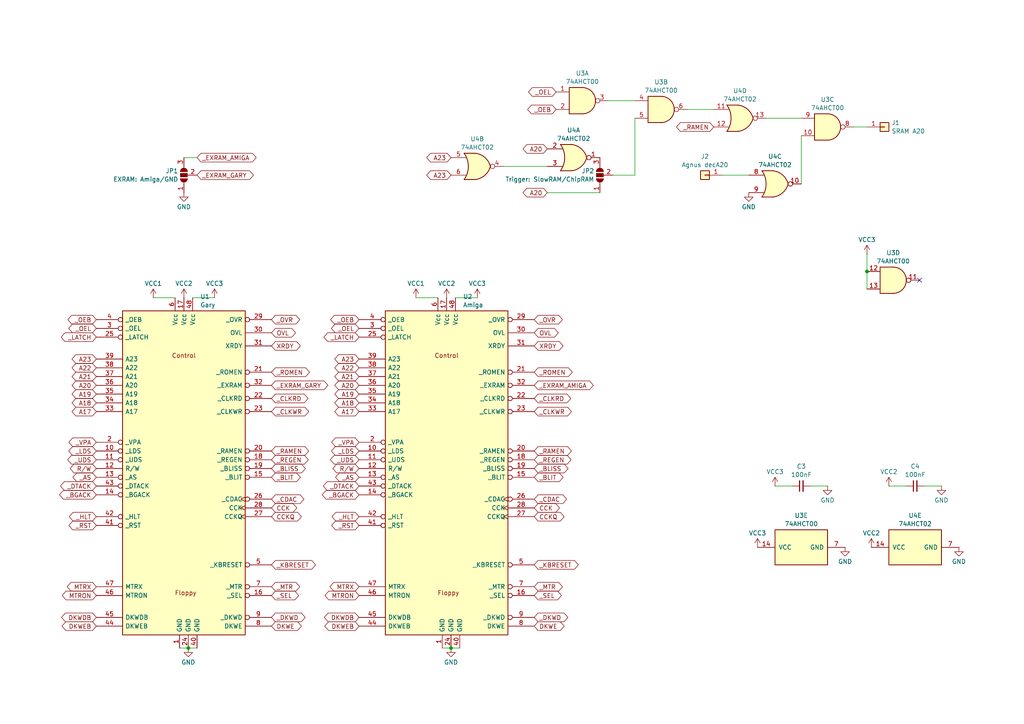
<source format=kicad_sch>
(kicad_sch (version 20231120) (generator "eeschema") (generator_version "8.0")
  (paper "A4")
  (lib_symbols
    (symbol "74xx:74HCT00" (pin_names (offset 1.016))
      (property "Reference" "U" (at 0 1.27 0))
      (property "Value" "74HCT00" (at 0 -1.27 0))
      (symbol "74HCT00_1_1"
        (arc (start 0 -3.81) (mid 3.7934 0) (end 0 3.81) (stroke (width 0.254)) (fill (type background)))
        (polyline (pts (xy 0 3.81) (xy -3.81 3.81) (xy -3.81 -3.81) (xy 0 -3.81)) (stroke (width 0.254)) (fill (type background)))
        (pin input line (at -7.62 2.54 0) (length 3.81) (name "~") (number "1"))
        (pin input line (at -7.62 -2.54 0) (length 3.81) (name "~") (number "2"))
        (pin output inverted (at 7.62 0 180) (length 3.81) (name "~") (number "3"))
      )
      (symbol "74HCT00_1_2"
        (arc (start -3.81 -3.81) (mid -2.589 0) (end -3.81 3.81) (stroke (width 0.254)))
        (arc (start -0.6096 -3.81) (mid 2.1842 -2.5851) (end 3.81 0) (stroke (width 0.254)) (fill (type background)))
        (polyline (pts (xy -3.81 -3.81) (xy -0.635 -3.81)) (stroke (width 0.254)) (fill (type background)))
        (polyline (pts (xy -3.81 3.81) (xy -0.635 3.81)) (stroke (width 0.254)) (fill (type background)))
        (polyline (pts (xy -0.635 3.81) (xy -3.81 3.81) (xy -3.81 3.81) (xy -3.556 3.4036) (xy -3.0226 2.2606) (xy -2.6924 1.0414) (xy -2.6162 -0.254) (xy -2.7686 -1.4986) (xy -3.175 -2.7178) (xy -3.81 -3.81) (xy -3.81 -3.81) (xy -0.635 -3.81)) (stroke (width -25.4)) (fill (type background)))
        (arc (start 3.81 0) (mid 2.1915 2.5936) (end -0.6096 3.81) (stroke (width 0.254)) (fill (type background)))
        (pin input inverted (at -7.62 2.54 0) (length 4.318) (name "~") (number "1"))
        (pin input inverted (at -7.62 -2.54 0) (length 4.318) (name "~") (number "2"))
        (pin output line (at 7.62 0 180) (length 3.81) (name "~") (number "3"))
      )
      (symbol "74HCT00_2_1"
        (arc (start 0 -3.81) (mid 3.7934 0) (end 0 3.81) (stroke (width 0.254)) (fill (type background)))
        (polyline (pts (xy 0 3.81) (xy -3.81 3.81) (xy -3.81 -3.81) (xy 0 -3.81)) (stroke (width 0.254)) (fill (type background)))
        (pin input line (at -7.62 2.54 0) (length 3.81) (name "~") (number "4"))
        (pin input line (at -7.62 -2.54 0) (length 3.81) (name "~") (number "5"))
        (pin output inverted (at 7.62 0 180) (length 3.81) (name "~") (number "6"))
      )
      (symbol "74HCT00_2_2"
        (arc (start -3.81 -3.81) (mid -2.589 0) (end -3.81 3.81) (stroke (width 0.254)))
        (arc (start -0.6096 -3.81) (mid 2.1842 -2.5851) (end 3.81 0) (stroke (width 0.254)) (fill (type background)))
        (polyline (pts (xy -3.81 -3.81) (xy -0.635 -3.81)) (stroke (width 0.254)) (fill (type background)))
        (polyline (pts (xy -3.81 3.81) (xy -0.635 3.81)) (stroke (width 0.254)) (fill (type background)))
        (polyline (pts (xy -0.635 3.81) (xy -3.81 3.81) (xy -3.81 3.81) (xy -3.556 3.4036) (xy -3.0226 2.2606) (xy -2.6924 1.0414) (xy -2.6162 -0.254) (xy -2.7686 -1.4986) (xy -3.175 -2.7178) (xy -3.81 -3.81) (xy -3.81 -3.81) (xy -0.635 -3.81)) (stroke (width -25.4)) (fill (type background)))
        (arc (start 3.81 0) (mid 2.1915 2.5936) (end -0.6096 3.81) (stroke (width 0.254)) (fill (type background)))
        (pin input inverted (at -7.62 2.54 0) (length 4.318) (name "~") (number "4"))
        (pin input inverted (at -7.62 -2.54 0) (length 4.318) (name "~") (number "5"))
        (pin output line (at 7.62 0 180) (length 3.81) (name "~") (number "6"))
      )
      (symbol "74HCT00_3_1"
        (arc (start 0 -3.81) (mid 3.7934 0) (end 0 3.81) (stroke (width 0.254)) (fill (type background)))
        (polyline (pts (xy 0 3.81) (xy -3.81 3.81) (xy -3.81 -3.81) (xy 0 -3.81)) (stroke (width 0.254)) (fill (type background)))
        (pin input line (at -7.62 -2.54 0) (length 3.81) (name "~") (number "10"))
        (pin output inverted (at 7.62 0 180) (length 3.81) (name "~") (number "8"))
        (pin input line (at -7.62 2.54 0) (length 3.81) (name "~") (number "9"))
      )
      (symbol "74HCT00_3_2"
        (arc (start -3.81 -3.81) (mid -2.589 0) (end -3.81 3.81) (stroke (width 0.254)))
        (arc (start -0.6096 -3.81) (mid 2.1842 -2.5851) (end 3.81 0) (stroke (width 0.254)) (fill (type background)))
        (polyline (pts (xy -3.81 -3.81) (xy -0.635 -3.81)) (stroke (width 0.254)) (fill (type background)))
        (polyline (pts (xy -3.81 3.81) (xy -0.635 3.81)) (stroke (width 0.254)) (fill (type background)))
        (polyline (pts (xy -0.635 3.81) (xy -3.81 3.81) (xy -3.81 3.81) (xy -3.556 3.4036) (xy -3.0226 2.2606) (xy -2.6924 1.0414) (xy -2.6162 -0.254) (xy -2.7686 -1.4986) (xy -3.175 -2.7178) (xy -3.81 -3.81) (xy -3.81 -3.81) (xy -0.635 -3.81)) (stroke (width -25.4)) (fill (type background)))
        (arc (start 3.81 0) (mid 2.1915 2.5936) (end -0.6096 3.81) (stroke (width 0.254)) (fill (type background)))
        (pin input inverted (at -7.62 -2.54 0) (length 4.318) (name "~") (number "10"))
        (pin output line (at 7.62 0 180) (length 3.81) (name "~") (number "8"))
        (pin input inverted (at -7.62 2.54 0) (length 4.318) (name "~") (number "9"))
      )
      (symbol "74HCT00_4_1"
        (arc (start 0 -3.81) (mid 3.7934 0) (end 0 3.81) (stroke (width 0.254)) (fill (type background)))
        (polyline (pts (xy 0 3.81) (xy -3.81 3.81) (xy -3.81 -3.81) (xy 0 -3.81)) (stroke (width 0.254)) (fill (type background)))
        (pin output inverted (at 7.62 0 180) (length 3.81) (name "~") (number "11"))
        (pin input line (at -7.62 2.54 0) (length 3.81) (name "~") (number "12"))
        (pin input line (at -7.62 -2.54 0) (length 3.81) (name "~") (number "13"))
      )
      (symbol "74HCT00_4_2"
        (arc (start -3.81 -3.81) (mid -2.589 0) (end -3.81 3.81) (stroke (width 0.254)))
        (arc (start -0.6096 -3.81) (mid 2.1842 -2.5851) (end 3.81 0) (stroke (width 0.254)) (fill (type background)))
        (polyline (pts (xy -3.81 -3.81) (xy -0.635 -3.81)) (stroke (width 0.254)) (fill (type background)))
        (polyline (pts (xy -3.81 3.81) (xy -0.635 3.81)) (stroke (width 0.254)) (fill (type background)))
        (polyline (pts (xy -0.635 3.81) (xy -3.81 3.81) (xy -3.81 3.81) (xy -3.556 3.4036) (xy -3.0226 2.2606) (xy -2.6924 1.0414) (xy -2.6162 -0.254) (xy -2.7686 -1.4986) (xy -3.175 -2.7178) (xy -3.81 -3.81) (xy -3.81 -3.81) (xy -0.635 -3.81)) (stroke (width -25.4)) (fill (type background)))
        (arc (start 3.81 0) (mid 2.1915 2.5936) (end -0.6096 3.81) (stroke (width 0.254)) (fill (type background)))
        (pin output line (at 7.62 0 180) (length 3.81) (name "~") (number "11"))
        (pin input inverted (at -7.62 2.54 0) (length 4.318) (name "~") (number "12"))
        (pin input inverted (at -7.62 -2.54 0) (length 4.318) (name "~") (number "13"))
      )
      (symbol "74HCT00_5_0"
        (pin power_in line (at 0 12.7 270) (length 5.08) (name "VCC") (number "14"))
        (pin power_in line (at 0 -12.7 90) (length 5.08) (name "GND") (number "7"))
      )
      (symbol "74HCT00_5_1"
        (rectangle (start -5.08 7.62) (end 5.08 -7.62) (stroke (width 0.254)) (fill (type background)))
      )
    )
    (symbol "74xx:74HCT02" (pin_names (offset 1.016))
      (property "Reference" "U" (at 0 1.27 0))
      (property "Value" "74HCT02" (at 0 -1.27 0))
      (symbol "74HCT02_1_1"
        (arc (start -3.81 -3.81) (mid -2.589 0) (end -3.81 3.81) (stroke (width 0.254)))
        (arc (start -0.6096 -3.81) (mid 2.1842 -2.5851) (end 3.81 0) (stroke (width 0.254)) (fill (type background)))
        (polyline (pts (xy -3.81 -3.81) (xy -0.635 -3.81)) (stroke (width 0.254)) (fill (type background)))
        (polyline (pts (xy -3.81 3.81) (xy -0.635 3.81)) (stroke (width 0.254)) (fill (type background)))
        (polyline (pts (xy -0.635 3.81) (xy -3.81 3.81) (xy -3.81 3.81) (xy -3.556 3.4036) (xy -3.0226 2.2606) (xy -2.6924 1.0414) (xy -2.6162 -0.254) (xy -2.7686 -1.4986) (xy -3.175 -2.7178) (xy -3.81 -3.81) (xy -3.81 -3.81) (xy -0.635 -3.81)) (stroke (width -25.4)) (fill (type background)))
        (arc (start 3.81 0) (mid 2.1915 2.5936) (end -0.6096 3.81) (stroke (width 0.254)) (fill (type background)))
        (pin output inverted (at 7.62 0 180) (length 3.81) (name "~") (number "1"))
        (pin input line (at -7.62 2.54 0) (length 4.318) (name "~") (number "2"))
        (pin input line (at -7.62 -2.54 0) (length 4.318) (name "~") (number "3"))
      )
      (symbol "74HCT02_1_2"
        (arc (start 0 -3.81) (mid 3.7934 0) (end 0 3.81) (stroke (width 0.254)) (fill (type background)))
        (polyline (pts (xy 0 3.81) (xy -3.81 3.81) (xy -3.81 -3.81) (xy 0 -3.81)) (stroke (width 0.254)) (fill (type background)))
        (pin output line (at 7.62 0 180) (length 3.81) (name "~") (number "1"))
        (pin input inverted (at -7.62 2.54 0) (length 3.81) (name "~") (number "2"))
        (pin input inverted (at -7.62 -2.54 0) (length 3.81) (name "~") (number "3"))
      )
      (symbol "74HCT02_2_1"
        (arc (start -3.81 -3.81) (mid -2.589 0) (end -3.81 3.81) (stroke (width 0.254)))
        (arc (start -0.6096 -3.81) (mid 2.1842 -2.5851) (end 3.81 0) (stroke (width 0.254)) (fill (type background)))
        (polyline (pts (xy -3.81 -3.81) (xy -0.635 -3.81)) (stroke (width 0.254)) (fill (type background)))
        (polyline (pts (xy -3.81 3.81) (xy -0.635 3.81)) (stroke (width 0.254)) (fill (type background)))
        (polyline (pts (xy -0.635 3.81) (xy -3.81 3.81) (xy -3.81 3.81) (xy -3.556 3.4036) (xy -3.0226 2.2606) (xy -2.6924 1.0414) (xy -2.6162 -0.254) (xy -2.7686 -1.4986) (xy -3.175 -2.7178) (xy -3.81 -3.81) (xy -3.81 -3.81) (xy -0.635 -3.81)) (stroke (width -25.4)) (fill (type background)))
        (arc (start 3.81 0) (mid 2.1915 2.5936) (end -0.6096 3.81) (stroke (width 0.254)) (fill (type background)))
        (pin output inverted (at 7.62 0 180) (length 3.81) (name "~") (number "4"))
        (pin input line (at -7.62 2.54 0) (length 4.318) (name "~") (number "5"))
        (pin input line (at -7.62 -2.54 0) (length 4.318) (name "~") (number "6"))
      )
      (symbol "74HCT02_2_2"
        (arc (start 0 -3.81) (mid 3.7934 0) (end 0 3.81) (stroke (width 0.254)) (fill (type background)))
        (polyline (pts (xy 0 3.81) (xy -3.81 3.81) (xy -3.81 -3.81) (xy 0 -3.81)) (stroke (width 0.254)) (fill (type background)))
        (pin output line (at 7.62 0 180) (length 3.81) (name "~") (number "4"))
        (pin input inverted (at -7.62 2.54 0) (length 3.81) (name "~") (number "5"))
        (pin input inverted (at -7.62 -2.54 0) (length 3.81) (name "~") (number "6"))
      )
      (symbol "74HCT02_3_1"
        (arc (start -3.81 -3.81) (mid -2.589 0) (end -3.81 3.81) (stroke (width 0.254)))
        (arc (start -0.6096 -3.81) (mid 2.1842 -2.5851) (end 3.81 0) (stroke (width 0.254)) (fill (type background)))
        (polyline (pts (xy -3.81 -3.81) (xy -0.635 -3.81)) (stroke (width 0.254)) (fill (type background)))
        (polyline (pts (xy -3.81 3.81) (xy -0.635 3.81)) (stroke (width 0.254)) (fill (type background)))
        (polyline (pts (xy -0.635 3.81) (xy -3.81 3.81) (xy -3.81 3.81) (xy -3.556 3.4036) (xy -3.0226 2.2606) (xy -2.6924 1.0414) (xy -2.6162 -0.254) (xy -2.7686 -1.4986) (xy -3.175 -2.7178) (xy -3.81 -3.81) (xy -3.81 -3.81) (xy -0.635 -3.81)) (stroke (width -25.4)) (fill (type background)))
        (arc (start 3.81 0) (mid 2.1915 2.5936) (end -0.6096 3.81) (stroke (width 0.254)) (fill (type background)))
        (pin output inverted (at 7.62 0 180) (length 3.81) (name "~") (number "10"))
        (pin input line (at -7.62 2.54 0) (length 4.318) (name "~") (number "8"))
        (pin input line (at -7.62 -2.54 0) (length 4.318) (name "~") (number "9"))
      )
      (symbol "74HCT02_3_2"
        (arc (start 0 -3.81) (mid 3.7934 0) (end 0 3.81) (stroke (width 0.254)) (fill (type background)))
        (polyline (pts (xy 0 3.81) (xy -3.81 3.81) (xy -3.81 -3.81) (xy 0 -3.81)) (stroke (width 0.254)) (fill (type background)))
        (pin output line (at 7.62 0 180) (length 3.81) (name "~") (number "10"))
        (pin input inverted (at -7.62 2.54 0) (length 3.81) (name "~") (number "8"))
        (pin input inverted (at -7.62 -2.54 0) (length 3.81) (name "~") (number "9"))
      )
      (symbol "74HCT02_4_1"
        (arc (start -3.81 -3.81) (mid -2.589 0) (end -3.81 3.81) (stroke (width 0.254)))
        (arc (start -0.6096 -3.81) (mid 2.1842 -2.5851) (end 3.81 0) (stroke (width 0.254)) (fill (type background)))
        (polyline (pts (xy -3.81 -3.81) (xy -0.635 -3.81)) (stroke (width 0.254)) (fill (type background)))
        (polyline (pts (xy -3.81 3.81) (xy -0.635 3.81)) (stroke (width 0.254)) (fill (type background)))
        (polyline (pts (xy -0.635 3.81) (xy -3.81 3.81) (xy -3.81 3.81) (xy -3.556 3.4036) (xy -3.0226 2.2606) (xy -2.6924 1.0414) (xy -2.6162 -0.254) (xy -2.7686 -1.4986) (xy -3.175 -2.7178) (xy -3.81 -3.81) (xy -3.81 -3.81) (xy -0.635 -3.81)) (stroke (width -25.4)) (fill (type background)))
        (arc (start 3.81 0) (mid 2.1915 2.5936) (end -0.6096 3.81) (stroke (width 0.254)) (fill (type background)))
        (pin input line (at -7.62 2.54 0) (length 4.318) (name "~") (number "11"))
        (pin input line (at -7.62 -2.54 0) (length 4.318) (name "~") (number "12"))
        (pin output inverted (at 7.62 0 180) (length 3.81) (name "~") (number "13"))
      )
      (symbol "74HCT02_4_2"
        (arc (start 0 -3.81) (mid 3.7934 0) (end 0 3.81) (stroke (width 0.254)) (fill (type background)))
        (polyline (pts (xy 0 3.81) (xy -3.81 3.81) (xy -3.81 -3.81) (xy 0 -3.81)) (stroke (width 0.254)) (fill (type background)))
        (pin input inverted (at -7.62 2.54 0) (length 3.81) (name "~") (number "11"))
        (pin input inverted (at -7.62 -2.54 0) (length 3.81) (name "~") (number "12"))
        (pin output line (at 7.62 0 180) (length 3.81) (name "~") (number "13"))
      )
      (symbol "74HCT02_5_0"
        (pin power_in line (at 0 12.7 270) (length 5.08) (name "VCC") (number "14"))
        (pin power_in line (at 0 -12.7 90) (length 5.08) (name "GND") (number "7"))
      )
      (symbol "74HCT02_5_1"
        (rectangle (start -5.08 7.62) (end 5.08 -7.62) (stroke (width 0.254)) (fill (type background)))
      )
    )
    (symbol "Amiga_Custom_Chips:Gary" (pin_names (offset 0.762))
      (property "Reference" "U" (at 0 2.54 0))
      (property "Value" "Gary" (at 0 -3.81 0))
      (symbol "Gary_0_1"
        (rectangle (start -17.78 46.99) (end 17.78 -46.99) (stroke (width 0.254)) (fill (type background)))
      )
      (symbol "Gary_1_1"
        (text "Control" (at 0 34.036 0) (effects (font (size 1.27 1.27))))
        (text "Floppy" (at 0.508 -34.798 0) (effects (font (size 1.27 1.27))))
        (pin power_in line (at -1.27 -50.8 90) (length 3.81) (name "GND") (number "1"))
        (pin input inverted (at -25.4 6.35 0) (length 7.62) (name "_LDS") (number "10"))
        (pin input inverted (at -25.4 3.81 0) (length 7.62) (name "_UDS") (number "11"))
        (pin input line (at -25.4 1.27 0) (length 7.62) (name "R/W") (number "12"))
        (pin input inverted (at -25.4 -1.27 0) (length 7.62) (name "_AS") (number "13"))
        (pin input inverted (at -25.4 -6.35 0) (length 7.62) (name "_BGACK") (number "14"))
        (pin input inverted (at 25.4 -1.27 180) (length 7.62) (name "_BLIT") (number "15"))
        (pin input inverted (at 25.4 -35.56 180) (length 7.62) (name "_SEL") (number "16"))
        (pin power_in line (at 0 50.8 270) (length 3.81) (name "Vcc") (number "17"))
        (pin output inverted (at 25.4 3.81 180) (length 7.62) (name "_REGEN") (number "18"))
        (pin output inverted (at 25.4 1.27 180) (length 7.62) (name "_BLISS") (number "19"))
        (pin output inverted (at -25.4 8.89 0) (length 7.62) (name "_VPA") (number "2"))
        (pin output inverted (at 25.4 6.35 180) (length 7.62) (name "_RAMEN") (number "20"))
        (pin output inverted (at 25.4 29.21 180) (length 7.62) (name "_ROMEN") (number "21"))
        (pin output inverted (at 25.4 21.59 180) (length 7.62) (name "_CLKRD") (number "22"))
        (pin output inverted (at 25.4 17.78 180) (length 7.62) (name "_CLKWR") (number "23"))
        (pin power_in line (at 1.27 -50.8 90) (length 3.81) (name "GND") (number "24"))
        (pin output inverted (at -25.4 39.37 0) (length 7.62) (name "_LATCH") (number "25"))
        (pin input inverted_clock (at 25.4 -7.62 180) (length 7.62) (name "_CDAC") (number "26"))
        (pin input clock (at 25.4 -12.7 180) (length 7.62) (name "CCKQ") (number "27"))
        (pin input clock (at 25.4 -10.16 180) (length 7.62) (name "CCK") (number "28"))
        (pin input inverted (at 25.4 44.45 180) (length 7.62) (name "_OVR") (number "29"))
        (pin output inverted (at -25.4 41.91 0) (length 7.62) (name "_OEL") (number "3"))
        (pin input line (at 25.4 40.64 180) (length 7.62) (name "OVL") (number "30"))
        (pin input line (at 25.4 36.83 180) (length 7.62) (name "XRDY") (number "31"))
        (pin input inverted (at 25.4 25.4 180) (length 7.62) (name "_EXRAM") (number "32"))
        (pin input line (at -25.4 17.78 0) (length 7.62) (name "A17") (number "33"))
        (pin input line (at -25.4 20.32 0) (length 7.62) (name "A18") (number "34"))
        (pin input line (at -25.4 22.86 0) (length 7.62) (name "A19") (number "35"))
        (pin input line (at -25.4 25.4 0) (length 7.62) (name "A20") (number "36"))
        (pin input line (at -25.4 27.94 0) (length 7.62) (name "A21") (number "37"))
        (pin input line (at -25.4 30.48 0) (length 7.62) (name "A22") (number "38"))
        (pin input line (at -25.4 33.02 0) (length 7.62) (name "A23") (number "39"))
        (pin output inverted (at -25.4 44.45 0) (length 7.62) (name "_OEB") (number "4"))
        (pin power_in line (at 3.81 -50.8 90) (length 3.81) (name "GND") (number "40"))
        (pin output inverted (at -25.4 -15.24 0) (length 7.62) (name "_RST") (number "41"))
        (pin output inverted (at -25.4 -12.7 0) (length 7.62) (name "_HLT") (number "42"))
        (pin output inverted (at -25.4 -3.81 0) (length 7.62) (name "_DTACK") (number "43"))
        (pin output line (at -25.4 -44.45 0) (length 7.62) (name "DKWEB") (number "44"))
        (pin output line (at -25.4 -41.91 0) (length 7.62) (name "DKWDB") (number "45"))
        (pin output line (at -25.4 -35.56 0) (length 7.62) (name "MTRON") (number "46"))
        (pin output line (at -25.4 -33.02 0) (length 7.62) (name "MTRX") (number "47"))
        (pin power_in line (at 2.54 50.8 270) (length 3.81) (name "Vcc") (number "48"))
        (pin input inverted (at 25.4 -26.67 180) (length 7.62) (name "_KBRESET") (number "5"))
        (pin power_in line (at -2.54 50.8 270) (length 3.81) (name "Vcc") (number "6"))
        (pin input inverted (at 25.4 -33.02 180) (length 7.62) (name "_MTR") (number "7"))
        (pin input line (at 25.4 -44.45 180) (length 7.62) (name "DKWE") (number "8"))
        (pin input inverted (at 25.4 -41.91 180) (length 7.62) (name "_DKWD") (number "9"))
      )
    )
    (symbol "Connector_Generic:Conn_01x01" (pin_names (offset 1.016) hide)
      (property "Reference" "J" (at 0 2.54 0))
      (property "Value" "Conn_01x01" (at 0 -2.54 0))
      (symbol "Conn_01x01_1_1"
        (rectangle (start -1.27 0.127) (end 0 -0.127) (stroke (width 0.1524)))
        (rectangle (start -1.27 1.27) (end 1.27 -1.27) (stroke (width 0.254)) (fill (type background)))
        (pin passive line (at -5.08 0 0) (length 3.81) (name "Pin_1") (number "1"))
      )
    )
    (symbol "Device:C_Small" (pin_numbers hide) (pin_names (offset 0.254) hide)
      (property "Reference" "C" (at 0.254 1.778 0))
      (property "Value" "C_Small" (at 0.254 -2.032 0))
      (symbol "C_Small_0_1"
        (polyline (pts (xy -1.524 -0.508) (xy 1.524 -0.508)) (stroke (width 0.3302)))
        (polyline (pts (xy -1.524 0.508) (xy 1.524 0.508)) (stroke (width 0.3048)))
      )
      (symbol "C_Small_1_1"
        (pin passive line (at 0 2.54 270) (length 2.032) (name "~") (number "1"))
        (pin passive line (at 0 -2.54 90) (length 2.032) (name "~") (number "2"))
      )
    )
    (symbol "Jumper:SolderJumper_3_Open" (pin_names (offset 0) hide) (exclude_from_sim yes) (in_bom no)
      (property "Reference" "JP" (at -2.54 -2.54 0))
      (property "Value" "SolderJumper_3_Open" (at 0 2.794 0))
      (symbol "SolderJumper_3_Open_0_1"
        (arc (start -1.016 1.016) (mid -2.0276 0) (end -1.016 -1.016))
        (arc (start -1.016 1.016) (mid -2.0276 0) (end -1.016 -1.016) (fill (type outline)))
        (rectangle (start -0.508 1.016) (end 0.508 -1.016) (fill (type outline)))
        (polyline (pts (xy -2.54 0) (xy -2.032 0)))
        (polyline (pts (xy -1.016 1.016) (xy -1.016 -1.016)))
        (polyline (pts (xy 0 -1.27) (xy 0 -1.016)))
        (polyline (pts (xy 1.016 1.016) (xy 1.016 -1.016)))
        (polyline (pts (xy 2.54 0) (xy 2.032 0)))
        (arc (start 1.016 -1.016) (mid 2.0276 0) (end 1.016 1.016))
        (arc (start 1.016 -1.016) (mid 2.0276 0) (end 1.016 1.016) (fill (type outline)))
      )
      (symbol "SolderJumper_3_Open_1_1"
        (pin passive line (at -5.08 0 0) (length 2.54) (name "A") (number "1"))
        (pin passive line (at 0 -3.81 90) (length 2.54) (name "C") (number "2"))
        (pin passive line (at 5.08 0 180) (length 2.54) (name "B") (number "3"))
      )
    )
    (symbol "power:GND" (power) (pin_numbers hide) (pin_names (offset 0) hide)
      (property "Value" "GND" (at 0 -3.81 0))
      (symbol "GND_0_1"
        (polyline (pts (xy 0 0) (xy 0 -1.27) (xy 1.27 -1.27) (xy 0 -2.54) (xy -1.27 -1.27) (xy 0 -1.27)))
      )
      (symbol "GND_1_1"
        (pin power_in line (at 0 0 270) (length 0) (name "~") (number "1"))
      )
    )
    (symbol "power:VCC" (power) (pin_numbers hide) (pin_names (offset 0) hide)
      (property "Value" "VCC" (at 0 3.556 0))
      (symbol "VCC_0_1"
        (polyline (pts (xy -0.762 1.27) (xy 0 2.54)))
        (polyline (pts (xy 0 0) (xy 0 2.54)))
        (polyline (pts (xy 0 2.54) (xy 0.762 1.27)))
      )
      (symbol "VCC_1_1"
        (pin power_in line (at 0 0 90) (length 0) (name "~") (number "1"))
      )
    )
  )
  (junction (at 251.46 78.74))
  (junction (at 54.61 187.96))
  (junction (at 130.81 187.96))
  (no_connect (at 266.7 81.28))
  (wire (pts (xy 44.45 86.36) (xy 50.8 86.36)))
  (wire (pts (xy 184.15 50.8) (xy 184.15 34.29)))
  (wire (pts (xy 130.81 187.96) (xy 133.35 187.96)))
  (wire (pts (xy 199.39 31.75) (xy 207.01 31.75)))
  (wire (pts (xy 251.46 78.74) (xy 251.46 83.82)))
  (wire (pts (xy 232.41 39.37) (xy 232.41 53.34)))
  (wire (pts (xy 120.65 86.36) (xy 127 86.36)))
  (wire (pts (xy 132.08 86.36) (xy 138.43 86.36)))
  (wire (pts (xy 257.81 140.97) (xy 262.89 140.97)))
  (wire (pts (xy 158.75 48.26) (xy 146.05 48.26)))
  (wire (pts (xy 54.61 187.96) (xy 57.15 187.96)))
  (wire (pts (xy 222.25 34.29) (xy 232.41 34.29)))
  (wire (pts (xy 176.53 29.21) (xy 184.15 29.21)))
  (wire (pts (xy 177.8 50.8) (xy 184.15 50.8)))
  (wire (pts (xy 251.46 73.66) (xy 251.46 78.74)))
  (wire (pts (xy 57.15 45.72) (xy 53.34 45.72)))
  (wire (pts (xy 234.95 140.97) (xy 240.03 140.97)))
  (wire (pts (xy 251.46 36.83) (xy 247.65 36.83)))
  (wire (pts (xy 209.55 50.8) (xy 217.17 50.8)))
  (wire (pts (xy 128.27 187.96) (xy 130.81 187.96)))
  (wire (pts (xy 52.07 187.96) (xy 54.61 187.96)))
  (wire (pts (xy 224.79 140.97) (xy 229.87 140.97)))
  (wire (pts (xy 173.99 55.88) (xy 158.75 55.88)))
  (wire (pts (xy 55.88 86.36) (xy 62.23 86.36)))
  (wire (pts (xy 267.97 140.97) (xy 273.05 140.97)))
  (global_label "A19" (shape bidirectional) (at 104.14 114.3 180) (property "Intersheetrefs" "${INTERSHEET_REFS}" (effects (hide yes))))
  (global_label "A21" (shape bidirectional) (at 104.14 109.22 180) (property "Intersheetrefs" "${INTERSHEET_REFS}" (effects (hide yes))))
  (global_label "_BGACK" (shape bidirectional) (at 104.14 143.51 180) (property "Intersheetrefs" "${INTERSHEET_REFS}" (effects (hide yes))))
  (global_label "A23" (shape bidirectional) (at 130.81 50.8 180) (property "Intersheetrefs" "${INTERSHEET_REFS}" (effects (hide yes))))
  (global_label "CCK" (shape bidirectional) (at 154.94 147.32 0) (property "Intersheetrefs" "${INTERSHEET_REFS}" (effects (hide yes))))
  (global_label "_REGEN" (shape bidirectional) (at 78.74 133.35 0) (property "Intersheetrefs" "${INTERSHEET_REFS}" (effects (hide yes))))
  (global_label "_SEL" (shape bidirectional) (at 154.94 172.72 0) (property "Intersheetrefs" "${INTERSHEET_REFS}" (effects (hide yes))))
  (global_label "A17" (shape bidirectional) (at 27.94 119.38 180) (property "Intersheetrefs" "${INTERSHEET_REFS}" (effects (hide yes))))
  (global_label "_SEL" (shape bidirectional) (at 78.74 172.72 0) (property "Intersheetrefs" "${INTERSHEET_REFS}" (effects (hide yes))))
  (global_label "A20" (shape bidirectional) (at 158.75 55.88 180) (property "Intersheetrefs" "${INTERSHEET_REFS}" (effects (hide yes))))
  (global_label "_DKWD" (shape bidirectional) (at 154.94 179.07 0) (property "Intersheetrefs" "${INTERSHEET_REFS}" (effects (hide yes))))
  (global_label "_AS" (shape bidirectional) (at 27.94 138.43 180) (property "Intersheetrefs" "${INTERSHEET_REFS}" (effects (hide yes))))
  (global_label "A18" (shape bidirectional) (at 27.94 116.84 180) (property "Intersheetrefs" "${INTERSHEET_REFS}" (effects (hide yes))))
  (global_label "_BLIT" (shape bidirectional) (at 78.74 138.43 0) (property "Intersheetrefs" "${INTERSHEET_REFS}" (effects (hide yes))))
  (global_label "_CLKWR" (shape bidirectional) (at 78.74 119.38 0) (property "Intersheetrefs" "${INTERSHEET_REFS}" (effects (hide yes))))
  (global_label "_LATCH" (shape bidirectional) (at 27.94 97.79 180) (property "Intersheetrefs" "${INTERSHEET_REFS}" (effects (hide yes))))
  (global_label "A22" (shape bidirectional) (at 104.14 106.68 180) (property "Intersheetrefs" "${INTERSHEET_REFS}" (effects (hide yes))))
  (global_label "A23" (shape bidirectional) (at 104.14 104.14 180) (property "Intersheetrefs" "${INTERSHEET_REFS}" (effects (hide yes))))
  (global_label "DKWE" (shape bidirectional) (at 154.94 181.61 0) (property "Intersheetrefs" "${INTERSHEET_REFS}" (effects (hide yes))))
  (global_label "DKWEB" (shape bidirectional) (at 104.14 181.61 180) (property "Intersheetrefs" "${INTERSHEET_REFS}" (effects (hide yes))))
  (global_label "MTRX" (shape bidirectional) (at 104.14 170.18 180) (property "Intersheetrefs" "${INTERSHEET_REFS}" (effects (hide yes))))
  (global_label "A17" (shape bidirectional) (at 104.14 119.38 180) (property "Intersheetrefs" "${INTERSHEET_REFS}" (effects (hide yes))))
  (global_label "DKWDB" (shape bidirectional) (at 104.14 179.07 180) (property "Intersheetrefs" "${INTERSHEET_REFS}" (effects (hide yes))))
  (global_label "_MTR" (shape bidirectional) (at 78.74 170.18 0) (property "Intersheetrefs" "${INTERSHEET_REFS}" (effects (hide yes))))
  (global_label "MTRON" (shape bidirectional) (at 104.14 172.72 180) (property "Intersheetrefs" "${INTERSHEET_REFS}" (effects (hide yes))))
  (global_label "_EXRAM_GARY" (shape bidirectional) (at 57.15 50.8 0) (property "Intersheetrefs" "${INTERSHEET_REFS}" (effects (hide yes))))
  (global_label "A23" (shape bidirectional) (at 27.94 104.14 180) (property "Intersheetrefs" "${INTERSHEET_REFS}" (effects (hide yes))))
  (global_label "OVL" (shape bidirectional) (at 78.74 96.52 0) (property "Intersheetrefs" "${INTERSHEET_REFS}" (effects (hide yes))))
  (global_label "_EXRAM_AMIGA" (shape bidirectional) (at 154.94 111.76 0) (property "Intersheetrefs" "${INTERSHEET_REFS}" (effects (hide yes))))
  (global_label "_OEB" (shape bidirectional) (at 104.14 92.71 180) (property "Intersheetrefs" "${INTERSHEET_REFS}" (effects (hide yes))))
  (global_label "_OEL" (shape bidirectional) (at 161.29 26.67 180) (property "Intersheetrefs" "${INTERSHEET_REFS}" (effects (hide yes))))
  (global_label "_REGEN" (shape bidirectional) (at 154.94 133.35 0) (property "Intersheetrefs" "${INTERSHEET_REFS}" (effects (hide yes))))
  (global_label "_RAMEN" (shape bidirectional) (at 78.74 130.81 0) (property "Intersheetrefs" "${INTERSHEET_REFS}" (effects (hide yes))))
  (global_label "DKWDB" (shape bidirectional) (at 27.94 179.07 180) (property "Intersheetrefs" "${INTERSHEET_REFS}" (effects (hide yes))))
  (global_label "XRDY" (shape bidirectional) (at 154.94 100.33 0) (property "Intersheetrefs" "${INTERSHEET_REFS}" (effects (hide yes))))
  (global_label "A20" (shape bidirectional) (at 158.75 43.18 180) (property "Intersheetrefs" "${INTERSHEET_REFS}" (effects (hide yes))))
  (global_label "_KBRESET" (shape bidirectional) (at 154.94 163.83 0) (property "Intersheetrefs" "${INTERSHEET_REFS}" (effects (hide yes))))
  (global_label "_KBRESET" (shape bidirectional) (at 78.74 163.83 0) (property "Intersheetrefs" "${INTERSHEET_REFS}" (effects (hide yes))))
  (global_label "MTRX" (shape bidirectional) (at 27.94 170.18 180) (property "Intersheetrefs" "${INTERSHEET_REFS}" (effects (hide yes))))
  (global_label "_DTACK" (shape bidirectional) (at 27.94 140.97 180) (property "Intersheetrefs" "${INTERSHEET_REFS}" (effects (hide yes))))
  (global_label "MTRON" (shape bidirectional) (at 27.94 172.72 180) (property "Intersheetrefs" "${INTERSHEET_REFS}" (effects (hide yes))))
  (global_label "_RST" (shape bidirectional) (at 104.14 152.4 180) (property "Intersheetrefs" "${INTERSHEET_REFS}" (effects (hide yes))))
  (global_label "_BLIT" (shape bidirectional) (at 154.94 138.43 0) (property "Intersheetrefs" "${INTERSHEET_REFS}" (effects (hide yes))))
  (global_label "_DKWD" (shape bidirectional) (at 78.74 179.07 0) (property "Intersheetrefs" "${INTERSHEET_REFS}" (effects (hide yes))))
  (global_label "_LDS" (shape bidirectional) (at 27.94 130.81 180) (property "Intersheetrefs" "${INTERSHEET_REFS}" (effects (hide yes))))
  (global_label "_EXRAM_GARY" (shape bidirectional) (at 78.74 111.76 0) (property "Intersheetrefs" "${INTERSHEET_REFS}" (effects (hide yes))))
  (global_label "_HLT" (shape bidirectional) (at 27.94 149.86 180) (property "Intersheetrefs" "${INTERSHEET_REFS}" (effects (hide yes))))
  (global_label "_OEB" (shape bidirectional) (at 27.94 92.71 180) (property "Intersheetrefs" "${INTERSHEET_REFS}" (effects (hide yes))))
  (global_label "_HLT" (shape bidirectional) (at 104.14 149.86 180) (property "Intersheetrefs" "${INTERSHEET_REFS}" (effects (hide yes))))
  (global_label "_RAMEN" (shape bidirectional) (at 207.01 36.83 180) (property "Intersheetrefs" "${INTERSHEET_REFS}" (effects (hide yes))))
  (global_label "_BLISS" (shape bidirectional) (at 154.94 135.89 0) (property "Intersheetrefs" "${INTERSHEET_REFS}" (effects (hide yes))))
  (global_label "_ROMEN" (shape bidirectional) (at 154.94 107.95 0) (property "Intersheetrefs" "${INTERSHEET_REFS}" (effects (hide yes))))
  (global_label "R{slash}W" (shape bidirectional) (at 104.14 135.89 180) (property "Intersheetrefs" "${INTERSHEET_REFS}" (effects (hide yes))))
  (global_label "XRDY" (shape bidirectional) (at 78.74 100.33 0) (property "Intersheetrefs" "${INTERSHEET_REFS}" (effects (hide yes))))
  (global_label "A19" (shape bidirectional) (at 27.94 114.3 180) (property "Intersheetrefs" "${INTERSHEET_REFS}" (effects (hide yes))))
  (global_label "A20" (shape bidirectional) (at 104.14 111.76 180) (property "Intersheetrefs" "${INTERSHEET_REFS}" (effects (hide yes))))
  (global_label "_VPA" (shape bidirectional) (at 104.14 128.27 180) (property "Intersheetrefs" "${INTERSHEET_REFS}" (effects (hide yes))))
  (global_label "_ROMEN" (shape bidirectional) (at 78.74 107.95 0) (property "Intersheetrefs" "${INTERSHEET_REFS}" (effects (hide yes))))
  (global_label "_DTACK" (shape bidirectional) (at 104.14 140.97 180) (property "Intersheetrefs" "${INTERSHEET_REFS}" (effects (hide yes))))
  (global_label "_VPA" (shape bidirectional) (at 27.94 128.27 180) (property "Intersheetrefs" "${INTERSHEET_REFS}" (effects (hide yes))))
  (global_label "_OEL" (shape bidirectional) (at 27.94 95.25 180) (property "Intersheetrefs" "${INTERSHEET_REFS}" (effects (hide yes))))
  (global_label "_CLKRD" (shape bidirectional) (at 154.94 115.57 0) (property "Intersheetrefs" "${INTERSHEET_REFS}" (effects (hide yes))))
  (global_label "A22" (shape bidirectional) (at 27.94 106.68 180) (property "Intersheetrefs" "${INTERSHEET_REFS}" (effects (hide yes))))
  (global_label "CCKQ" (shape bidirectional) (at 154.94 149.86 0) (property "Intersheetrefs" "${INTERSHEET_REFS}" (effects (hide yes))))
  (global_label "_AS" (shape bidirectional) (at 104.14 138.43 180) (property "Intersheetrefs" "${INTERSHEET_REFS}" (effects (hide yes))))
  (global_label "DKWEB" (shape bidirectional) (at 27.94 181.61 180) (property "Intersheetrefs" "${INTERSHEET_REFS}" (effects (hide yes))))
  (global_label "_UDS" (shape bidirectional) (at 27.94 133.35 180) (property "Intersheetrefs" "${INTERSHEET_REFS}" (effects (hide yes))))
  (global_label "_CLKRD" (shape bidirectional) (at 78.74 115.57 0) (property "Intersheetrefs" "${INTERSHEET_REFS}" (effects (hide yes))))
  (global_label "OVL" (shape bidirectional) (at 154.94 96.52 0) (property "Intersheetrefs" "${INTERSHEET_REFS}" (effects (hide yes))))
  (global_label "_CDAC" (shape bidirectional) (at 154.94 144.78 0) (property "Intersheetrefs" "${INTERSHEET_REFS}" (effects (hide yes))))
  (global_label "CCK" (shape bidirectional) (at 78.74 147.32 0) (property "Intersheetrefs" "${INTERSHEET_REFS}" (effects (hide yes))))
  (global_label "_EXRAM_AMIGA" (shape bidirectional) (at 57.15 45.72 0) (property "Intersheetrefs" "${INTERSHEET_REFS}" (effects (hide yes))))
  (global_label "_LATCH" (shape bidirectional) (at 104.14 97.79 180) (property "Intersheetrefs" "${INTERSHEET_REFS}" (effects (hide yes))))
  (global_label "A23" (shape bidirectional) (at 130.81 45.72 180) (property "Intersheetrefs" "${INTERSHEET_REFS}" (effects (hide yes))))
  (global_label "_OEB" (shape bidirectional) (at 161.29 31.75 180) (property "Intersheetrefs" "${INTERSHEET_REFS}" (effects (hide yes))))
  (global_label "_UDS" (shape bidirectional) (at 104.14 133.35 180) (property "Intersheetrefs" "${INTERSHEET_REFS}" (effects (hide yes))))
  (global_label "_MTR" (shape bidirectional) (at 154.94 170.18 0) (property "Intersheetrefs" "${INTERSHEET_REFS}" (effects (hide yes))))
  (global_label "_OVR" (shape bidirectional) (at 154.94 92.71 0) (property "Intersheetrefs" "${INTERSHEET_REFS}" (effects (hide yes))))
  (global_label "CCKQ" (shape bidirectional) (at 78.74 149.86 0) (property "Intersheetrefs" "${INTERSHEET_REFS}" (effects (hide yes))))
  (global_label "DKWE" (shape bidirectional) (at 78.74 181.61 0) (property "Intersheetrefs" "${INTERSHEET_REFS}" (effects (hide yes))))
  (global_label "A21" (shape bidirectional) (at 27.94 109.22 180) (property "Intersheetrefs" "${INTERSHEET_REFS}" (effects (hide yes))))
  (global_label "_OVR" (shape bidirectional) (at 78.74 92.71 0) (property "Intersheetrefs" "${INTERSHEET_REFS}" (effects (hide yes))))
  (global_label "_BLISS" (shape bidirectional) (at 78.74 135.89 0) (property "Intersheetrefs" "${INTERSHEET_REFS}" (effects (hide yes))))
  (global_label "A18" (shape bidirectional) (at 104.14 116.84 180) (property "Intersheetrefs" "${INTERSHEET_REFS}" (effects (hide yes))))
  (global_label "_BGACK" (shape bidirectional) (at 27.94 143.51 180) (property "Intersheetrefs" "${INTERSHEET_REFS}" (effects (hide yes))))
  (global_label "_RST" (shape bidirectional) (at 27.94 152.4 180) (property "Intersheetrefs" "${INTERSHEET_REFS}" (effects (hide yes))))
  (global_label "A20" (shape bidirectional) (at 27.94 111.76 180) (property "Intersheetrefs" "${INTERSHEET_REFS}" (effects (hide yes))))
  (global_label "_RAMEN" (shape bidirectional) (at 154.94 130.81 0) (property "Intersheetrefs" "${INTERSHEET_REFS}" (effects (hide yes))))
  (global_label "_OEL" (shape bidirectional) (at 104.14 95.25 180) (property "Intersheetrefs" "${INTERSHEET_REFS}" (effects (hide yes))))
  (global_label "R{slash}W" (shape bidirectional) (at 27.94 135.89 180) (property "Intersheetrefs" "${INTERSHEET_REFS}" (effects (hide yes))))
  (global_label "_CLKWR" (shape bidirectional) (at 154.94 119.38 0) (property "Intersheetrefs" "${INTERSHEET_REFS}" (effects (hide yes))))
  (global_label "_CDAC" (shape bidirectional) (at 78.74 144.78 0) (property "Intersheetrefs" "${INTERSHEET_REFS}" (effects (hide yes))))
  (global_label "_LDS" (shape bidirectional) (at 104.14 130.81 180) (property "Intersheetrefs" "${INTERSHEET_REFS}" (effects (hide yes))))
  (symbol (lib_id "power:VCC") (at 251.46 73.66 0) (unit 1)
    (property "Reference" "#PWR019" (effects (hide yes)))
    (property "Value" "VCC3" (at 251.46 69.5269 0))
    (property "Description" "Power symbol creates a global label with name \"VCC\"" (effects (hide yes)))
  )
  (symbol (lib_id "Amiga_Custom_Chips:Gary") (at 53.34 137.16 0) (unit 1)
    (property "Reference" "U1" (at 58.0741 86.0255 0) (effects (justify left)))
    (property "Value" "Gary" (at 58.0741 88.4498 0) (effects (justify left)))
    (property "Footprint" "Package_DIP:DIP-48_W15.24mm_Socket_LongPads" (effects (hide yes)))
    (property "Description" "A500 timing belt" (effects (hide yes)))
  )
  (symbol (lib_id "74xx:74HCT00") (at 232.41 158.75 90) (unit 5)
    (property "Reference" "U3" (at 232.41 149.5255 90))
    (property "Value" "74AHCT00" (at 232.41 151.9498 90))
    (property "Footprint" "Package_SO:SOIC-14_3.9x8.7mm_P1.27mm" (effects (hide yes)))
    (property "Datasheet" "http://www.ti.com/lit/gpn/sn74hct00" (effects (hide yes)))
    (property "Description" "quad 2-input NAND gate" (effects (hide yes)))
  )
  (symbol (lib_id "74xx:74HCT00") (at 240.03 36.83 0) (unit 3)
    (property "Reference" "U3" (at 240.0217 28.8755 0))
    (property "Value" "74AHCT00" (at 240.0217 31.2998 0))
    (property "Footprint" "Package_SO:SOIC-14_3.9x8.7mm_P1.27mm" (effects (hide yes)))
    (property "Datasheet" "http://www.ti.com/lit/gpn/sn74hct00" (effects (hide yes)))
    (property "Description" "quad 2-input NAND gate" (effects (hide yes)))
  )
  (symbol (lib_id "74xx:74HCT02") (at 265.43 158.75 90) (unit 5)
    (property "Reference" "U4" (at 265.43 149.5255 90))
    (property "Value" "74AHCT02" (at 265.43 151.9498 90))
    (property "Footprint" "Package_SO:SOIC-14_3.9x8.7mm_P1.27mm" (effects (hide yes)))
    (property "Datasheet" "http://www.ti.com/lit/gpn/sn74hct02" (effects (hide yes)))
    (property "Description" "quad 2-input NOR gate" (effects (hide yes)))
  )
  (symbol (lib_id "power:GND") (at 278.13 158.75 0) (unit 1)
    (property "Reference" "#PWR010" (effects (hide yes)))
    (property "Value" "GND" (at 278.13 162.8831 0))
    (property "Description" "Power symbol creates a global label with name \"GND\" , ground" (effects (hide yes)))
  )
  (symbol (lib_id "power:GND") (at 217.17 55.88 0) (unit 1)
    (property "Reference" "#PWR05" (effects (hide yes)))
    (property "Value" "GND" (at 217.17 60.0131 0))
    (property "Description" "Power symbol creates a global label with name \"GND\" , ground" (effects (hide yes)))
  )
  (symbol (lib_id "power:GND") (at 54.61 187.96 0) (unit 1)
    (property "Reference" "#PWR01" (effects (hide yes)))
    (property "Value" "GND" (at 54.61 192.0931 0))
    (property "Description" "Power symbol creates a global label with name \"GND\" , ground" (effects (hide yes)))
  )
  (symbol (lib_id "power:VCC") (at 257.81 140.97 0) (unit 1)
    (property "Reference" "#PWR018" (effects (hide yes)))
    (property "Value" "VCC2" (at 257.81 136.8369 0))
    (property "Description" "Power symbol creates a global label with name \"VCC\"" (effects (hide yes)))
  )
  (symbol (lib_id "power:VCC") (at 44.45 86.36 0) (unit 1)
    (property "Reference" "#PWR012" (effects (hide yes)))
    (property "Value" "VCC1" (at 44.45 82.2269 0))
    (property "Description" "Power symbol creates a global label with name \"VCC\"" (effects (hide yes)))
  )
  (symbol (lib_id "power:VCC") (at 129.54 86.36 0) (unit 1)
    (property "Reference" "#PWR014" (effects (hide yes)))
    (property "Value" "VCC2" (at 129.54 82.2269 0))
    (property "Description" "Power symbol creates a global label with name \"VCC\"" (effects (hide yes)))
  )
  (symbol (lib_id "74xx:74HCT02") (at 138.43 48.26 0) (unit 2)
    (property "Reference" "U4" (at 138.43 40.3055 0))
    (property "Value" "74AHCT02" (at 138.43 42.7298 0))
    (property "Footprint" "Package_SO:SOIC-14_3.9x8.7mm_P1.27mm" (effects (hide yes)))
    (property "Datasheet" "http://www.ti.com/lit/gpn/sn74hct02" (effects (hide yes)))
    (property "Description" "quad 2-input NOR gate" (effects (hide yes)))
  )
  (symbol (lib_id "74xx:74HCT02") (at 214.63 34.29 0) (unit 4)
    (property "Reference" "U4" (at 214.63 26.3355 0))
    (property "Value" "74AHCT02" (at 214.63 28.7598 0))
    (property "Footprint" "Package_SO:SOIC-14_3.9x8.7mm_P1.27mm" (effects (hide yes)))
    (property "Datasheet" "http://www.ti.com/lit/gpn/sn74hct02" (effects (hide yes)))
    (property "Description" "quad 2-input NOR gate" (effects (hide yes)))
  )
  (symbol (lib_id "Jumper:SolderJumper_3_Open") (at 53.34 50.8 90) (unit 1) (exclude_from_sim yes) (in_bom no)
    (property "Reference" "JP1" (at 51.689 49.5878 90) (effects (justify left)))
    (property "Value" "EXRAM: Amiga/GND" (at 51.689 52.0121 90) (effects (justify left)))
    (property "Footprint" "Jumper:SolderJumper-3_P1.3mm_Open_RoundedPad1.0x1.5mm" (effects (hide yes)))
    (property "Description" "Solder Jumper, 3-pole, open" (effects (hide yes)))
  )
  (symbol (lib_id "power:GND") (at 240.03 140.97 0) (unit 1)
    (property "Reference" "#PWR016" (effects (hide yes)))
    (property "Value" "GND" (at 240.03 145.1031 0))
    (property "Description" "Power symbol creates a global label with name \"GND\" , ground" (effects (hide yes)))
  )
  (symbol (lib_id "74xx:74HCT00") (at 259.08 81.28 0) (unit 4)
    (property "Reference" "U3" (at 259.0717 73.3255 0))
    (property "Value" "74AHCT00" (at 259.0717 75.7498 0))
    (property "Footprint" "Package_SO:SOIC-14_3.9x8.7mm_P1.27mm" (effects (hide yes)))
    (property "Datasheet" "http://www.ti.com/lit/gpn/sn74hct00" (effects (hide yes)))
    (property "Description" "quad 2-input NAND gate" (effects (hide yes)))
  )
  (symbol (lib_id "Amiga_Custom_Chips:Gary") (at 129.54 137.16 0) (unit 1)
    (property "Reference" "U2" (at 134.2741 86.0255 0) (effects (justify left)))
    (property "Value" "Amiga" (at 134.2741 88.4498 0) (effects (justify left)))
    (property "Footprint" "Package_DIP:DIP-48_W15.24mm_Socket_LongPads" (effects (hide yes)))
    (property "Description" "A500 timing belt" (effects (hide yes)))
  )
  (symbol (lib_id "74xx:74HCT02") (at 224.79 53.34 0) (unit 3)
    (property "Reference" "U4" (at 224.79 45.3855 0))
    (property "Value" "74AHCT02" (at 224.79 47.8098 0))
    (property "Footprint" "Package_SO:SOIC-14_3.9x8.7mm_P1.27mm" (effects (hide yes)))
    (property "Datasheet" "http://www.ti.com/lit/gpn/sn74hct02" (effects (hide yes)))
    (property "Description" "quad 2-input NOR gate" (effects (hide yes)))
  )
  (symbol (lib_id "Connector_Generic:Conn_01x01") (at 256.54 36.83 0) (unit 1)
    (property "Reference" "J1" (at 258.572 35.6178 0) (effects (justify left)))
    (property "Value" "SRAM A20" (at 258.572 38.0421 0) (effects (justify left)))
    (property "Footprint" "Connector_PinHeader_2.54mm:PinHeader_1x01_P2.54mm_Vertical" (effects (hide yes)))
    (property "Description" "Generic connector, single row, 01x01, script generated (kicad-library-utils/schlib/autogen/connector/)" (effects (hide yes)))
  )
  (symbol (lib_id "power:VCC") (at 224.79 140.97 0) (unit 1)
    (property "Reference" "#PWR011" (effects (hide yes)))
    (property "Value" "VCC3" (at 224.79 136.8369 0))
    (property "Description" "Power symbol creates a global label with name \"VCC\"" (effects (hide yes)))
  )
  (symbol (lib_id "74xx:74HCT00") (at 191.77 31.75 0) (unit 2)
    (property "Reference" "U3" (at 191.7617 23.7955 0))
    (property "Value" "74AHCT00" (at 191.7617 26.2198 0))
    (property "Footprint" "Package_SO:SOIC-14_3.9x8.7mm_P1.27mm" (effects (hide yes)))
    (property "Datasheet" "http://www.ti.com/lit/gpn/sn74hct00" (effects (hide yes)))
    (property "Description" "quad 2-input NAND gate" (effects (hide yes)))
  )
  (symbol (lib_id "Connector_Generic:Conn_01x01") (at 204.47 50.8 180) (unit 1)
    (property "Reference" "J2" (at 204.47 45.3855 0))
    (property "Value" "Agnus decA20" (at 204.47 47.8098 0))
    (property "Footprint" "Connector_PinHeader_2.54mm:PinHeader_1x01_P2.54mm_Vertical" (effects (hide yes)))
    (property "Description" "Generic connector, single row, 01x01, script generated (kicad-library-utils/schlib/autogen/connector/)" (effects (hide yes)))
  )
  (symbol (lib_id "74xx:74HCT00") (at 168.91 29.21 0) (unit 1)
    (property "Reference" "U3" (at 168.9017 21.2555 0))
    (property "Value" "74AHCT00" (at 168.9017 23.6798 0))
    (property "Footprint" "Package_SO:SOIC-14_3.9x8.7mm_P1.27mm" (effects (hide yes)))
    (property "Datasheet" "http://www.ti.com/lit/gpn/sn74hct00" (effects (hide yes)))
    (property "Description" "quad 2-input NAND gate" (effects (hide yes)))
  )
  (symbol (lib_id "Device:C_Small") (at 265.43 140.97 90) (unit 1)
    (property "Reference" "C4" (at 265.4363 135.2634 90))
    (property "Value" "100nF" (at 265.4363 137.6877 90))
    (property "Footprint" "Capacitor_SMD:C_0805_2012Metric_Pad1.18x1.45mm_HandSolder" (effects (hide yes)))
    (property "Description" "Unpolarized capacitor, small symbol" (effects (hide yes)))
  )
  (symbol (lib_id "power:VCC") (at 62.23 86.36 0) (unit 1)
    (property "Reference" "#PWR013" (effects (hide yes)))
    (property "Value" "VCC3" (at 62.23 82.2269 0))
    (property "Description" "Power symbol creates a global label with name \"VCC\"" (effects (hide yes)))
  )
  (symbol (lib_id "Device:C_Small") (at 232.41 140.97 90) (unit 1)
    (property "Reference" "C3" (at 232.4163 135.2634 90))
    (property "Value" "100nF" (at 232.4163 137.6877 90))
    (property "Footprint" "Capacitor_SMD:C_0805_2012Metric_Pad1.18x1.45mm_HandSolder" (effects (hide yes)))
    (property "Description" "Unpolarized capacitor, small symbol" (effects (hide yes)))
  )
  (symbol (lib_id "power:GND") (at 273.05 140.97 0) (unit 1)
    (property "Reference" "#PWR017" (effects (hide yes)))
    (property "Value" "GND" (at 273.05 145.1031 0))
    (property "Description" "Power symbol creates a global label with name \"GND\" , ground" (effects (hide yes)))
  )
  (symbol (lib_id "74xx:74HCT02") (at 166.37 45.72 0) (unit 1)
    (property "Reference" "U4" (at 166.37 37.7655 0))
    (property "Value" "74AHCT02" (at 166.37 40.1898 0))
    (property "Footprint" "Package_SO:SOIC-14_3.9x8.7mm_P1.27mm" (effects (hide yes)))
    (property "Datasheet" "http://www.ti.com/lit/gpn/sn74hct02" (effects (hide yes)))
    (property "Description" "quad 2-input NOR gate" (effects (hide yes)))
  )
  (symbol (lib_id "power:VCC") (at 53.34 86.36 0) (unit 1)
    (property "Reference" "#PWR03" (effects (hide yes)))
    (property "Value" "VCC2" (at 53.34 82.2269 0))
    (property "Description" "Power symbol creates a global label with name \"VCC\"" (effects (hide yes)))
  )
  (symbol (lib_id "power:VCC") (at 138.43 86.36 0) (unit 1)
    (property "Reference" "#PWR015" (effects (hide yes)))
    (property "Value" "VCC3" (at 138.43 82.2269 0))
    (property "Description" "Power symbol creates a global label with name \"VCC\"" (effects (hide yes)))
  )
  (symbol (lib_id "power:VCC") (at 252.73 158.75 0) (unit 1)
    (property "Reference" "#PWR08" (effects (hide yes)))
    (property "Value" "VCC2" (at 252.73 154.6169 0))
    (property "Description" "Power symbol creates a global label with name \"VCC\"" (effects (hide yes)))
  )
  (symbol (lib_id "power:GND") (at 53.34 55.88 0) (unit 1)
    (property "Reference" "#PWR06" (effects (hide yes)))
    (property "Value" "GND" (at 53.34 60.0131 0))
    (property "Description" "Power symbol creates a global label with name \"GND\" , ground" (effects (hide yes)))
  )
  (symbol (lib_id "Jumper:SolderJumper_3_Open") (at 173.99 50.8 90) (unit 1) (exclude_from_sim yes) (in_bom no)
    (property "Reference" "JP2" (at 172.3391 49.5878 90) (effects (justify left)))
    (property "Value" "Trigger: SlowRAM/ChipRAM" (at 172.3391 52.0121 90) (effects (justify left)))
    (property "Footprint" "Jumper:SolderJumper-3_P1.3mm_Open_RoundedPad1.0x1.5mm" (effects (hide yes)))
    (property "Description" "Solder Jumper, 3-pole, open" (effects (hide yes)))
  )
  (symbol (lib_id "power:GND") (at 130.81 187.96 0) (unit 1)
    (property "Reference" "#PWR02" (effects (hide yes)))
    (property "Value" "GND" (at 130.81 192.0931 0))
    (property "Description" "Power symbol creates a global label with name \"GND\" , ground" (effects (hide yes)))
  )
  (symbol (lib_id "power:VCC") (at 120.65 86.36 0) (unit 1)
    (property "Reference" "#PWR04" (effects (hide yes)))
    (property "Value" "VCC1" (at 120.65 82.2269 0))
    (property "Description" "Power symbol creates a global label with name \"VCC\"" (effects (hide yes)))
  )
  (symbol (lib_id "power:GND") (at 245.11 158.75 0) (unit 1)
    (property "Reference" "#PWR09" (effects (hide yes)))
    (property "Value" "GND" (at 245.11 162.8831 0))
    (property "Description" "Power symbol creates a global label with name \"GND\" , ground" (effects (hide yes)))
  )
  (symbol (lib_id "power:VCC") (at 219.71 158.75 0) (unit 1)
    (property "Reference" "#PWR07" (effects (hide yes)))
    (property "Value" "VCC3" (at 219.71 154.6169 0))
    (property "Description" "Power symbol creates a global label with name \"VCC\"" (effects (hide yes)))
  )
)
</source>
